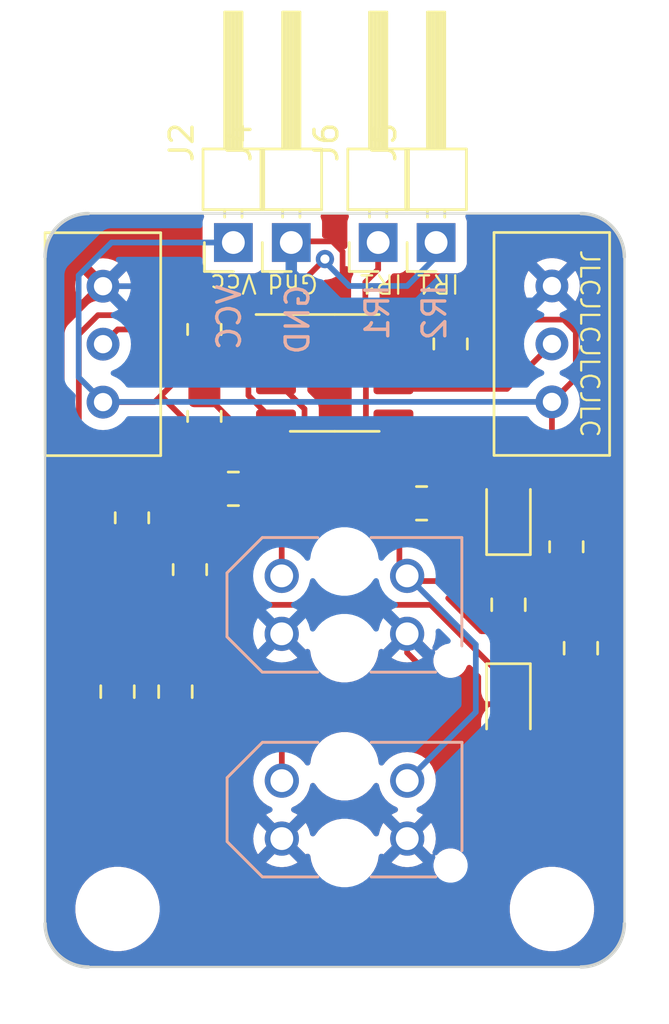
<source format=kicad_pcb>
(kicad_pcb (version 20240108) (generator "pcbnew") (generator_version "8.0")
  (layers (0 "F.Cu" signal) (31 "B.Cu" signal) (34 "B.Paste" user) (35 "F.Paste" user) (36 "B.SilkS" user "B.Silkscreen") (37 "F.SilkS" user "F.Silkscreen") (38 "B.Mask" user) (39 "F.Mask" user) (44 "Edge.Cuts" user))
  (net 0 "")
  (net 1 "VCC")
  (net 2 "GND")
  (net 3 "/irA0")
  (net 4 "Net-(D1-K)")
  (net 5 "Net-(D2-K)")
  (net 6 "Net-(J5-Pin_1)")
  (net 7 "Net-(J6-Pin_1)")
  (net 8 "Net-(R1-Pad2)")
  (net 9 "Net-(R5-Pad2)")
  (net 10 "Net-(U1A--)")
  (net 11 "Net-(U1B--)")
  (footprint "Resistor_SMD:R_0805_2012Metric_Pad1.20x1.40mm_HandSolder" (layer "F.Cu") (at 99.695 109.585 -90)
    (property "Reference" "R1" (hide yes))
    (property "Value" "180")
    (fp_line (start -0.227064 0.735) (end 0.227064 0.735) (stroke (width 0.12)) (layer "F.SilkS"))
    (fp_line (start -0.227064 -0.735) (end 0.227064 -0.735) (stroke (width 0.12)) (layer "F.SilkS"))
    (pad "1" smd roundrect (at -1 0 270) (size 1.2 1.4) (layers "F.Cu" "F.Paste" "F.Mask") (roundrect_rratio 0.2083333333) (net 1 "VCC"))
    (pad "2" smd roundrect (at 1 0 270) (size 1.2 1.4) (layers "F.Cu" "F.Paste" "F.Mask") (roundrect_rratio 0.2083333333) (net 8 "Net-(R1-Pad2)"))
  )
  (footprint "Potentiometer_THT:Potentiometer_Bourns_3296W_Vertical" (layer "F.Cu") (at 95.885 102.245 -90)
    (property "Reference" "RV1" (hide yes))
    (property "Value" "10k")
    (fp_line (start -7.425 2.54) (end 2.345 2.54) (stroke (width 0.12)) (layer "F.SilkS"))
    (fp_line (start -7.425 -2.53) (end -7.425 2.54) (stroke (width 0.12)) (layer "F.SilkS"))
    (fp_line (start -7.425 -2.53) (end 2.345 -2.53) (stroke (width 0.12)) (layer "F.SilkS"))
    (fp_line (start 2.345 -2.53) (end 2.345 2.54) (stroke (width 0.12)) (layer "F.SilkS"))
    (pad "1" thru_hole circle (at 0 0 270) (size 1.44 1.44) (drill 0.8) (layers "*.Cu" "*.Mask") (net 1 "VCC"))
    (pad "2" thru_hole circle (at -2.54 0 270) (size 1.44 1.44) (drill 0.8) (layers "*.Cu" "*.Mask") (net 10 "Net-(U1A--)"))
    (pad "3" thru_hole circle (at -5.08 0 270) (size 1.44 1.44) (drill 0.8) (layers "*.Cu" "*.Mask") (net 2 "GND"))
  )
  (footprint "Package_SO:SO-8_3.9x4.9mm_P1.27mm" (layer "F.Cu") (at 106.045 100.965)
    (property "Reference" "U1" (hide yes))
    (property "Value" "LM393")
    (fp_line (start 0 -2.56) (end -3.45 -2.56) (stroke (width 0.12)) (layer "F.SilkS"))
    (fp_line (start 0 -2.56) (end 1.95 -2.56) (stroke (width 0.12)) (layer "F.SilkS"))
    (fp_line (start 0 2.56) (end -1.95 2.56) (stroke (width 0.12)) (layer "F.SilkS"))
    (fp_line (start 0 2.56) (end 1.95 2.56) (stroke (width 0.12)) (layer "F.SilkS"))
    (pad "1" smd roundrect (at -2.575 -1.905) (size 1.75 0.6) (layers "F.Cu" "F.Paste" "F.Mask") (net 6 "Net-(J5-Pin_1)"))
    (pad "2" smd roundrect (at -2.575 -0.635) (size 1.75 0.6) (layers "F.Cu" "F.Paste" "F.Mask") (net 10 "Net-(U1A--)"))
    (pad "3" smd roundrect (at -2.575 0.635) (size 1.75 0.6) (layers "F.Cu" "F.Paste" "F.Mask") (net 3 "/irA0"))
    (pad "4" smd roundrect (at -2.575 1.905) (size 1.75 0.6) (layers "F.Cu" "F.Paste" "F.Mask") (net 2 "GND"))
    (pad "5" smd roundrect (at 2.575 1.905) (size 1.75 0.6) (layers "F.Cu" "F.Paste" "F.Mask") (net 3 "/irA0"))
    (pad "6" smd roundrect (at 2.575 0.635) (size 1.75 0.6) (layers "F.Cu" "F.Paste" "F.Mask") (net 11 "Net-(U1B--)"))
    (pad "7" smd roundrect (at 2.575 -0.635) (size 1.75 0.6) (layers "F.Cu" "F.Paste" "F.Mask") (net 7 "Net-(J6-Pin_1)"))
    (pad "8" smd roundrect (at 2.575 -1.905) (size 1.75 0.6) (layers "F.Cu" "F.Paste" "F.Mask") (net 1 "VCC"))
  )
  (footprint "Connector_PinHeader_2.54mm:PinHeader_1x01_P2.54mm_Horizontal" (layer "F.Cu") (at 110.49 95.25 90)
    (property "Reference" "J5" (at 4.385 -2.27 90) (layer "F.SilkS"))
    (property "Value" "Conn_01x01_Pin")
    (fp_line (start 4.1 -1.33) (end 1.44 -1.33) (stroke (width 0.12)) (layer "F.SilkS"))
    (fp_line (start 1.44 -1.33) (end 1.44 1.33) (stroke (width 0.12)) (layer "F.SilkS"))
    (fp_line (start -1.27 -1.27) (end 0 -1.27) (stroke (width 0.12)) (layer "F.SilkS"))
    (fp_line (start 10.1 -0.38) (end 10.1 0.38) (stroke (width 0.12)) (layer "F.SilkS"))
    (fp_line (start 4.1 -0.38) (end 10.1 -0.38) (stroke (width 0.12)) (layer "F.SilkS"))
    (fp_line (start 1.11 -0.38) (end 1.44 -0.38) (stroke (width 0.12)) (layer "F.SilkS"))
    (fp_line (start 4.1 -0.32) (end 10.1 -0.32) (stroke (width 0.12)) (layer "F.SilkS"))
    (fp_line (start 4.1 -0.2) (end 10.1 -0.2) (stroke (width 0.12)) (layer "F.SilkS"))
    (fp_line (start 4.1 -0.08) (end 10.1 -0.08) (stroke (width 0.12)) (layer "F.SilkS"))
    (fp_line (start -1.27 0) (end -1.27 -1.27) (stroke (width 0.12)) (layer "F.SilkS"))
    (fp_line (start 4.1 0.04) (end 10.1 0.04) (stroke (width 0.12)) (layer "F.SilkS"))
    (fp_line (start 4.1 0.16) (end 10.1 0.16) (stroke (width 0.12)) (layer "F.SilkS"))
    (fp_line (start 4.1 0.28) (end 10.1 0.28) (stroke (width 0.12)) (layer "F.SilkS"))
    (fp_line (start 10.1 0.38) (end 4.1 0.38) (stroke (width 0.12)) (layer "F.SilkS"))
    (fp_line (start 1.11 0.38) (end 1.44 0.38) (stroke (width 0.12)) (layer "F.SilkS"))
    (fp_line (start 4.1 1.33) (end 4.1 -1.33) (stroke (width 0.12)) (layer "F.SilkS"))
    (fp_line (start 1.44 1.33) (end 4.1 1.33) (stroke (width 0.12)) (layer "F.SilkS"))
    (pad "1" thru_hole rect (at 0 0 90) (size 1.7 1.7) (drill 1) (layers "*.Cu" "*.Mask") (net 6 "Net-(J5-Pin_1)"))
  )
  (footprint "Capacitor_SMD:C_0805_2012Metric_Pad1.18x1.45mm_HandSolder" (layer "F.Cu") (at 116.84 113.03 -90)
    (property "Reference" "C2" (hide yes))
    (property "Value" "0.1uF")
    (fp_line (start -0.261252 0.735) (end 0.261252 0.735) (stroke (width 0.12)) (layer "F.SilkS"))
    (fp_line (start -0.261252 -0.735) (end 0.261252 -0.735) (stroke (width 0.12)) (layer "F.SilkS"))
    (pad "1" smd roundrect (at -1.0375 0 270) (size 1.175 1.45) (layers "F.Cu" "F.Paste" "F.Mask") (roundrect_rratio 0.2127659574) (net 3 "/irA0"))
    (pad "2" smd roundrect (at 1.0375 0 270) (size 1.175 1.45) (layers "F.Cu" "F.Paste" "F.Mask") (roundrect_rratio 0.2127659574) (net 2 "GND"))
  )
  (footprint "Resistor_SMD:R_0805_2012Metric_Pad1.20x1.40mm_HandSolder" (layer "F.Cu") (at 101.6 106.045)
    (property "Reference" "R5" (hide yes))
    (property "Value" "180")
    (fp_line (start -0.227064 -0.735) (end 0.227064 -0.735) (stroke (width 0.12)) (layer "F.SilkS"))
    (fp_line (start -0.227064 0.735) (end 0.227064 0.735) (stroke (width 0.12)) (layer "F.SilkS"))
    (pad "1" smd roundrect (at -1 0) (size 1.2 1.4) (layers "F.Cu" "F.Paste" "F.Mask") (roundrect_rratio 0.2083333333) (net 1 "VCC"))
    (pad "2" smd roundrect (at 1 0) (size 1.2 1.4) (layers "F.Cu" "F.Paste" "F.Mask") (roundrect_rratio 0.2083333333) (net 9 "Net-(R5-Pad2)"))
  )
  (footprint "Connector_PinHeader_2.54mm:PinHeader_1x01_P2.54mm_Horizontal" (layer "F.Cu") (at 104.14 95.25 90)
    (property "Reference" "J4" (at 4.385 -2.27 90) (layer "F.SilkS"))
    (property "Value" "Conn_01x01_Pin")
    (fp_line (start 4.1 -1.33) (end 1.44 -1.33) (stroke (width 0.12)) (layer "F.SilkS"))
    (fp_line (start 1.44 -1.33) (end 1.44 1.33) (stroke (width 0.12)) (layer "F.SilkS"))
    (fp_line (start -1.27 -1.27) (end 0 -1.27) (stroke (width 0.12)) (layer "F.SilkS"))
    (fp_line (start 10.1 -0.38) (end 10.1 0.38) (stroke (width 0.12)) (layer "F.SilkS"))
    (fp_line (start 4.1 -0.38) (end 10.1 -0.38) (stroke (width 0.12)) (layer "F.SilkS"))
    (fp_line (start 1.11 -0.38) (end 1.44 -0.38) (stroke (width 0.12)) (layer "F.SilkS"))
    (fp_line (start 4.1 -0.32) (end 10.1 -0.32) (stroke (width 0.12)) (layer "F.SilkS"))
    (fp_line (start 4.1 -0.2) (end 10.1 -0.2) (stroke (width 0.12)) (layer "F.SilkS"))
    (fp_line (start 4.1 -0.08) (end 10.1 -0.08) (stroke (width 0.12)) (layer "F.SilkS"))
    (fp_line (start -1.27 0) (end -1.27 -1.27) (stroke (width 0.12)) (layer "F.SilkS"))
    (fp_line (start 4.1 0.04) (end 10.1 0.04) (stroke (width 0.12)) (layer "F.SilkS"))
    (fp_line (start 4.1 0.16) (end 10.1 0.16) (stroke (width 0.12)) (layer "F.SilkS"))
    (fp_line (start 4.1 0.28) (end 10.1 0.28) (stroke (width 0.12)) (layer "F.SilkS"))
    (fp_line (start 10.1 0.38) (end 4.1 0.38) (stroke (width 0.12)) (layer "F.SilkS"))
    (fp_line (start 1.11 0.38) (end 1.44 0.38) (stroke (width 0.12)) (layer "F.SilkS"))
    (fp_line (start 4.1 1.33) (end 4.1 -1.33) (stroke (width 0.12)) (layer "F.SilkS"))
    (fp_line (start 1.44 1.33) (end 4.1 1.33) (stroke (width 0.12)) (layer "F.SilkS"))
    (pad "1" thru_hole rect (at 0 0 90) (size 1.7 1.7) (drill 1) (layers "*.Cu" "*.Mask") (net 2 "GND"))
  )
  (footprint "Resistor_SMD:R_0805_2012Metric_Pad1.20x1.40mm_HandSolder" (layer "F.Cu") (at 100.33 99.06 90)
    (property "Reference" "R3" (hide yes))
    (property "Value" "10k")
    (fp_line (start -0.227064 -0.735) (end 0.227064 -0.735) (stroke (width 0.12)) (layer "F.SilkS"))
    (fp_line (start -0.227064 0.735) (end 0.227064 0.735) (stroke (width 0.12)) (layer "F.SilkS"))
    (pad "1" smd roundrect (at -1 0 90) (size 1.2 1.4) (layers "F.Cu" "F.Paste" "F.Mask") (roundrect_rratio 0.2083333333) (net 1 "VCC"))
    (pad "2" smd roundrect (at 1 0 90) (size 1.2 1.4) (layers "F.Cu" "F.Paste" "F.Mask") (roundrect_rratio 0.2083333333) (net 6 "Net-(J5-Pin_1)"))
  )
  (footprint "Potentiometer_THT:Potentiometer_Bourns_3296W_Vertical" (layer "F.Cu") (at 115.57 102.235 -90)
    (property "Reference" "RV2" (hide yes))
    (property "Value" "10k")
    (fp_line (start -7.425 2.54) (end 2.345 2.54) (stroke (width 0.12)) (layer "F.SilkS"))
    (fp_line (start -7.425 -2.53) (end -7.425 2.54) (stroke (width 0.12)) (layer "F.SilkS"))
    (fp_line (start -7.425 -2.53) (end 2.345 -2.53) (stroke (width 0.12)) (layer "F.SilkS"))
    (fp_line (start 2.345 -2.53) (end 2.345 2.54) (stroke (width 0.12)) (layer "F.SilkS"))
    (pad "1" thru_hole circle (at 0 0 270) (size 1.44 1.44) (drill 0.8) (layers "*.Cu" "*.Mask") (net 1 "VCC"))
    (pad "2" thru_hole circle (at -2.54 0 270) (size 1.44 1.44) (drill 0.8) (layers "*.Cu" "*.Mask") (net 11 "Net-(U1B--)"))
    (pad "3" thru_hole circle (at -5.08 0 270) (size 1.44 1.44) (drill 0.8) (layers "*.Cu" "*.Mask") (net 2 "GND"))
  )
  (footprint "Capacitor_SMD:C_0805_2012Metric_Pad1.18x1.45mm_HandSolder" (layer "F.Cu") (at 99.06 114.935 90)
    (property "Reference" "C1" (hide yes))
    (property "Value" "0.1uF")
    (fp_line (start -0.261252 -0.735) (end 0.261252 -0.735) (stroke (width 0.12)) (layer "F.SilkS"))
    (fp_line (start -0.261252 0.735) (end 0.261252 0.735) (stroke (width 0.12)) (layer "F.SilkS"))
    (pad "1" smd roundrect (at -1.0375 0 90) (size 1.175 1.45) (layers "F.Cu" "F.Paste" "F.Mask") (roundrect_rratio 0.2127659574) (net 1 "VCC"))
    (pad "2" smd roundrect (at 1.0375 0 90) (size 1.175 1.45) (layers "F.Cu" "F.Paste" "F.Mask") (roundrect_rratio 0.2127659574) (net 2 "GND"))
  )
  (footprint "Connector_PinHeader_2.54mm:PinHeader_1x01_P2.54mm_Horizontal" (layer "F.Cu") (at 101.6 95.25 90)
    (property "Reference" "J2" (at 4.385 -2.27 90) (layer "F.SilkS"))
    (property "Value" "Conn_01x01_Pin")
    (fp_line (start 4.1 -1.33) (end 1.44 -1.33) (stroke (width 0.12)) (layer "F.SilkS"))
    (fp_line (start 1.44 -1.33) (end 1.44 1.33) (stroke (width 0.12)) (layer "F.SilkS"))
    (fp_line (start -1.27 -1.27) (end 0 -1.27) (stroke (width 0.12)) (layer "F.SilkS"))
    (fp_line (start 10.1 -0.38) (end 10.1 0.38) (stroke (width 0.12)) (layer "F.SilkS"))
    (fp_line (start 4.1 -0.38) (end 10.1 -0.38) (stroke (width 0.12)) (layer "F.SilkS"))
    (fp_line (start 1.11 -0.38) (end 1.44 -0.38) (stroke (width 0.12)) (layer "F.SilkS"))
    (fp_line (start 4.1 -0.32) (end 10.1 -0.32) (stroke (width 0.12)) (layer "F.SilkS"))
    (fp_line (start 4.1 -0.2) (end 10.1 -0.2) (stroke (width 0.12)) (layer "F.SilkS"))
    (fp_line (start 4.1 -0.08) (end 10.1 -0.08) (stroke (width 0.12)) (layer "F.SilkS"))
    (fp_line (start -1.27 0) (end -1.27 -1.27) (stroke (width 0.12)) (layer "F.SilkS"))
    (fp_line (start 4.1 0.04) (end 10.1 0.04) (stroke (width 0.12)) (layer "F.SilkS"))
    (fp_line (start 4.1 0.16) (end 10.1 0.16) (stroke (width 0.12)) (layer "F.SilkS"))
    (fp_line (start 4.1 0.28) (end 10.1 0.28) (stroke (width 0.12)) (layer "F.SilkS"))
    (fp_line (start 10.1 0.38) (end 4.1 0.38) (stroke (width 0.12)) (layer "F.SilkS"))
    (fp_line (start 1.11 0.38) (end 1.44 0.38) (stroke (width 0.12)) (layer "F.SilkS"))
    (fp_line (start 4.1 1.33) (end 4.1 -1.33) (stroke (width 0.12)) (layer "F.SilkS"))
    (fp_line (start 1.44 1.33) (end 4.1 1.33) (stroke (width 0.12)) (layer "F.SilkS"))
    (pad "1" thru_hole rect (at 0 0 90) (size 1.7 1.7) (drill 1) (layers "*.Cu" "*.Mask") (net 1 "VCC"))
  )
  (footprint "Resistor_SMD:R_0805_2012Metric_Pad1.20x1.40mm_HandSolder" (layer "F.Cu") (at 116.205 108.585 -90)
    (property "Reference" "R6" (hide yes))
    (property "Value" "10k")
    (fp_line (start -0.227064 0.735) (end 0.227064 0.735) (stroke (width 0.12)) (layer "F.SilkS"))
    (fp_line (start -0.227064 -0.735) (end 0.227064 -0.735) (stroke (width 0.12)) (layer "F.SilkS"))
    (pad "1" smd roundrect (at -1 0 270) (size 1.2 1.4) (layers "F.Cu" "F.Paste" "F.Mask") (roundrect_rratio 0.2083333333) (net 1 "VCC"))
    (pad "2" smd roundrect (at 1 0 270) (size 1.2 1.4) (layers "F.Cu" "F.Paste" "F.Mask") (roundrect_rratio 0.2083333333) (net 3 "/irA0"))
  )
  (footprint "LED_SMD:LED_0805_2012Metric_Pad1.15x1.40mm_HandSolder" (layer "F.Cu") (at 113.665 115.57 -90)
    (property "Reference" "D1" (hide yes))
    (property "Value" "LED")
    (fp_line (start -1.86 0.96) (end 1 0.96) (stroke (width 0.12)) (layer "F.SilkS"))
    (fp_line (start -1.86 -0.96) (end -1.86 0.96) (stroke (width 0.12)) (layer "F.SilkS"))
    (fp_line (start 1 -0.96) (end -1.86 -0.96) (stroke (width 0.12)) (layer "F.SilkS"))
    (pad "1" smd roundrect (at -1.025 0 270) (size 1.15 1.4) (layers "F.Cu" "F.Paste" "F.Mask") (roundrect_rratio 0.2173913043) (net 4 "Net-(D1-K)"))
    (pad "2" smd roundrect (at 1.025 0 270) (size 1.15 1.4) (layers "F.Cu" "F.Paste" "F.Mask") (roundrect_rratio 0.2173913043) (net 1 "VCC"))
  )
  (footprint "Capacitor_SMD:C_0805_2012Metric_Pad1.18x1.45mm_HandSolder" (layer "F.Cu") (at 113.665 111.125 -90)
    (property "Reference" "C4" (hide yes))
    (property "Value" "0.1uF")
    (fp_line (start -0.261252 0.735) (end 0.261252 0.735) (stroke (width 0.12)) (layer "F.SilkS"))
    (fp_line (start -0.261252 -0.735) (end 0.261252 -0.735) (stroke (width 0.12)) (layer "F.SilkS"))
    (pad "1" smd roundrect (at -1.0375 0 270) (size 1.175 1.45) (layers "F.Cu" "F.Paste" "F.Mask") (roundrect_rratio 0.2127659574) (net 3 "/irA0"))
    (pad "2" smd roundrect (at 1.0375 0 270) (size 1.175 1.45) (layers "F.Cu" "F.Paste" "F.Mask") (roundrect_rratio 0.2127659574) (net 2 "GND"))
  )
  (footprint "LED_SMD:LED_0805_2012Metric_Pad1.15x1.40mm_HandSolder" (layer "F.Cu") (at 113.665 107.07 90)
    (property "Reference" "D2" (hide yes))
    (property "Value" "LED")
    (fp_line (start 1 -0.96) (end -1.86 -0.96) (stroke (width 0.12)) (layer "F.SilkS"))
    (fp_line (start -1.86 -0.96) (end -1.86 0.96) (stroke (width 0.12)) (layer "F.SilkS"))
    (fp_line (start -1.86 0.96) (end 1 0.96) (stroke (width 0.12)) (layer "F.SilkS"))
    (pad "1" smd roundrect (at -1.025 0 90) (size 1.15 1.4) (layers "F.Cu" "F.Paste" "F.Mask") (roundrect_rratio 0.2173913043) (net 5 "Net-(D2-K)"))
    (pad "2" smd roundrect (at 1.025 0 90) (size 1.15 1.4) (layers "F.Cu" "F.Paste" "F.Mask") (roundrect_rratio 0.2173913043) (net 1 "VCC"))
  )
  (footprint "Resistor_SMD:R_0805_2012Metric_Pad1.20x1.40mm_HandSolder" (layer "F.Cu") (at 111.125 99.695 -90)
    (property "Reference" "R7" (hide yes))
    (property "Value" "10k")
    (fp_line (start -0.227064 0.735) (end 0.227064 0.735) (stroke (width 0.12)) (layer "F.SilkS"))
    (fp_line (start -0.227064 -0.735) (end 0.227064 -0.735) (stroke (width 0.12)) (layer "F.SilkS"))
    (pad "1" smd roundrect (at -1 0 270) (size 1.2 1.4) (layers "F.Cu" "F.Paste" "F.Mask") (roundrect_rratio 0.2083333333) (net 1 "VCC"))
    (pad "2" smd roundrect (at 1 0 270) (size 1.2 1.4) (layers "F.Cu" "F.Paste" "F.Mask") (roundrect_rratio 0.2083333333) (net 7 "Net-(J6-Pin_1)"))
  )
  (footprint "MountingHole:MountingHole_3.2mm_M3" (layer "F.Cu") (at 115.57 124.46)
    (property "Reference" "H1" (hide yes))
    (property "Value" "MountingHole")
    (pad "" np_thru_hole circle (at 0 0) (size 3.2 3.2) (drill 3.2) (layers "*.Cu" "*.Mask"))
  )
  (footprint "MountingHole:MountingHole_3.2mm_M3" (layer "F.Cu") (at 96.52 124.46)
    (property "Reference" "H2" (hide yes))
    (property "Value" "MountingHole")
    (pad "" np_thru_hole circle (at 0 0) (size 3.2 3.2) (drill 3.2) (layers "*.Cu" "*.Mask"))
  )
  (footprint "Connector_PinHeader_2.54mm:PinHeader_1x01_P2.54mm_Horizontal" (layer "F.Cu") (at 107.95 95.25 90)
    (property "Reference" "J6" (at 4.385 -2.27 90) (layer "F.SilkS"))
    (property "Value" "Conn_01x01_Pin")
    (fp_line (start 4.1 -1.33) (end 1.44 -1.33) (stroke (width 0.12)) (layer "F.SilkS"))
    (fp_line (start 1.44 -1.33) (end 1.44 1.33) (stroke (width 0.12)) (layer "F.SilkS"))
    (fp_line (start -1.27 -1.27) (end 0 -1.27) (stroke (width 0.12)) (layer "F.SilkS"))
    (fp_line (start 10.1 -0.38) (end 10.1 0.38) (stroke (width 0.12)) (layer "F.SilkS"))
    (fp_line (start 4.1 -0.38) (end 10.1 -0.38) (stroke (width 0.12)) (layer "F.SilkS"))
    (fp_line (start 1.11 -0.38) (end 1.44 -0.38) (stroke (width 0.12)) (layer "F.SilkS"))
    (fp_line (start 4.1 -0.32) (end 10.1 -0.32) (stroke (width 0.12)) (layer "F.SilkS"))
    (fp_line (start 4.1 -0.2) (end 10.1 -0.2) (stroke (width 0.12)) (layer "F.SilkS"))
    (fp_line (start 4.1 -0.08) (end 10.1 -0.08) (stroke (width 0.12)) (layer "F.SilkS"))
    (fp_line (start -1.27 0) (end -1.27 -1.27) (stroke (width 0.12)) (layer "F.SilkS"))
    (fp_line (start 4.1 0.04) (end 10.1 0.04) (stroke (width 0.12)) (layer "F.SilkS"))
    (fp_line (start 4.1 0.16) (end 10.1 0.16) (stroke (width 0.12)) (layer "F.SilkS"))
    (fp_line (start 4.1 0.28) (end 10.1 0.28) (stroke (width 0.12)) (layer "F.SilkS"))
    (fp_line (start 10.1 0.38) (end 4.1 0.38) (stroke (width 0.12)) (layer "F.SilkS"))
    (fp_line (start 1.11 0.38) (end 1.44 0.38) (stroke (width 0.12)) (layer "F.SilkS"))
    (fp_line (start 4.1 1.33) (end 4.1 -1.33) (stroke (width 0.12)) (layer "F.SilkS"))
    (fp_line (start 1.44 1.33) (end 4.1 1.33) (stroke (width 0.12)) (layer "F.SilkS"))
    (pad "1" thru_hole rect (at 0 0 90) (size 1.7 1.7) (drill 1) (layers "*.Cu" "*.Mask") (net 7 "Net-(J6-Pin_1)"))
  )
  (footprint "Resistor_SMD:R_0805_2012Metric_Pad1.20x1.40mm_HandSolder" (layer "F.Cu") (at 97.155 107.315 90)
    (property "Reference" "R4" (hide yes))
    (property "Value" "1k")
    (fp_line (start -0.227064 -0.735) (end 0.227064 -0.735) (stroke (width 0.12)) (layer "F.SilkS"))
    (fp_line (start -0.227064 0.735) (end 0.227064 0.735) (stroke (width 0.12)) (layer "F.SilkS"))
    (pad "1" smd roundrect (at -1 0 90) (size 1.2 1.4) (layers "F.Cu" "F.Paste" "F.Mask") (roundrect_rratio 0.2083333333) (net 4 "Net-(D1-K)"))
    (pad "2" smd roundrect (at 1 0 90) (size 1.2 1.4) (layers "F.Cu" "F.Paste" "F.Mask") (roundrect_rratio 0.2083333333) (net 6 "Net-(J5-Pin_1)"))
  )
  (footprint "Resistor_SMD:R_0805_2012Metric_Pad1.20x1.40mm_HandSolder" (layer "F.Cu") (at 109.855 106.68 180)
    (property "Reference" "R8" (hide yes))
    (property "Value" "1k")
    (fp_line (start -0.227064 0.735) (end 0.227064 0.735) (stroke (width 0.12)) (layer "F.SilkS"))
    (fp_line (start -0.227064 -0.735) (end 0.227064 -0.735) (stroke (width 0.12)) (layer "F.SilkS"))
    (pad "1" smd roundrect (at -1 0 180) (size 1.2 1.4) (layers "F.Cu" "F.Paste" "F.Mask") (roundrect_rratio 0.2083333333) (net 5 "Net-(D2-K)"))
    (pad "2" smd roundrect (at 1 0 180) (size 1.2 1.4) (layers "F.Cu" "F.Paste" "F.Mask") (roundrect_rratio 0.2083333333) (net 7 "Net-(J6-Pin_1)"))
  )
  (footprint "Resistor_SMD:R_0805_2012Metric_Pad1.20x1.40mm_HandSolder" (layer "F.Cu") (at 100.33 102.87 90)
    (property "Reference" "R2" (hide yes))
    (property "Value" "10k")
    (fp_line (start -0.227064 -0.735) (end 0.227064 -0.735) (stroke (width 0.12)) (layer "F.SilkS"))
    (fp_line (start -0.227064 0.735) (end 0.227064 0.735) (stroke (width 0.12)) (layer "F.SilkS"))
    (pad "1" smd roundrect (at -1 0 90) (size 1.2 1.4) (layers "F.Cu" "F.Paste" "F.Mask") (roundrect_rratio 0.2083333333) (net 1 "VCC"))
    (pad "2" smd roundrect (at 1 0 90) (size 1.2 1.4) (layers "F.Cu" "F.Paste" "F.Mask") (roundrect_rratio 0.2083333333) (net 3 "/irA0"))
  )
  (footprint "Capacitor_SMD:C_0805_2012Metric_Pad1.18x1.45mm_HandSolder" (layer "F.Cu") (at 96.52 114.935 90)
    (property "Reference" "C3" (hide yes))
    (property "Value" "0.1uF")
    (fp_line (start -0.261252 -0.735) (end 0.261252 -0.735) (stroke (width 0.12)) (layer "F.SilkS"))
    (fp_line (start -0.261252 0.735) (end 0.261252 0.735) (stroke (width 0.12)) (layer "F.SilkS"))
    (pad "1" smd roundrect (at -1.0375 0 90) (size 1.175 1.45) (layers "F.Cu" "F.Paste" "F.Mask") (roundrect_rratio 0.2127659574) (net 1 "VCC"))
    (pad "2" smd roundrect (at 1.0375 0 90) (size 1.175 1.45) (layers "F.Cu" "F.Paste" "F.Mask") (roundrect_rratio 0.2127659574) (net 2 "GND"))
  )
  (footprint "IrBoard:OPTO_TCRT5000" (layer "B.Cu") (at 106.47 111.13 180)
    (property "Reference" "U4" (hide yes))
    (property "Value" "TCRT5000")
    (fp_line (start 5.15 -1.4) (end 5.15 1.4) (stroke (width 0.127)) (layer "B.SilkS"))
    (fp_line (start 3.6 2.95) (end 5.15 1.4) (stroke (width 0.127)) (layer "B.SilkS"))
    (fp_line (start 3.6 2.95) (end 1.17 2.95) (stroke (width 0.127)) (layer "B.SilkS"))
    (fp_line (start 3.6 -2.95) (end 5.15 -1.4) (stroke (width 0.127)) (layer "B.SilkS"))
    (fp_line (start 1.17 -2.95) (end 3.6 -2.95) (stroke (width 0.127)) (layer "B.SilkS"))
    (fp_line (start -4 -2.95) (end -1.17 -2.95) (stroke (width 0.127)) (layer "B.SilkS"))
    (fp_line (start -5.15 2.95) (end -1.17 2.95) (stroke (width 0.127)) (layer "B.SilkS"))
    (fp_line (start -5.15 -1.8) (end -5.15 2.95) (stroke (width 0.127)) (layer "B.SilkS"))
    (pad "" np_thru_hole circle (at -4.65 -2.45 180) (size 1 1) (drill 1) (layers "*.Cu" "*.Mask"))
    (pad "" np_thru_hole circle (at 0 -1.9 180) (size 2.5 2.5) (drill 2.5) (layers "*.Cu" "*.Mask"))
    (pad "" np_thru_hole circle (at 0 1.9 180) (size 2.5 2.5) (drill 2.5) (layers "*.Cu" "*.Mask"))
    (pad "A" thru_hole circle (at 2.75 1.27 180) (size 1.5 1.5) (drill 1) (layers "*.Cu" "*.Mask") (net 9 "Net-(R5-Pad2)"))
    (pad "CATH" thru_hole circle (at 2.75 -1.27 180) (size 1.5 1.5) (drill 1) (layers "*.Cu" "*.Mask") (net 2 "GND"))
    (pad "COLL" thru_hole circle (at -2.75 1.27 180) (size 1.5 1.5) (drill 1) (layers "*.Cu" "*.Mask") (net 3 "/irA0"))
    (pad "E" thru_hole circle (at -2.75 -1.27 180) (size 1.5 1.5) (drill 1) (layers "*.Cu" "*.Mask") (net 2 "GND"))
  )
  (footprint "IrBoard:OPTO_TCRT5000" (layer "B.Cu") (at 106.475 120.105 180)
    (property "Reference" "U2" (hide yes))
    (property "Value" "TCRT5000")
    (fp_line (start 5.15 -1.4) (end 5.15 1.4) (stroke (width 0.127)) (layer "B.SilkS"))
    (fp_line (start 3.6 2.95) (end 5.15 1.4) (stroke (width 0.127)) (layer "B.SilkS"))
    (fp_line (start 3.6 2.95) (end 1.17 2.95) (stroke (width 0.127)) (layer "B.SilkS"))
    (fp_line (start 3.6 -2.95) (end 5.15 -1.4) (stroke (width 0.127)) (layer "B.SilkS"))
    (fp_line (start 1.17 -2.95) (end 3.6 -2.95) (stroke (width 0.127)) (layer "B.SilkS"))
    (fp_line (start -4 -2.95) (end -1.17 -2.95) (stroke (width 0.127)) (layer "B.SilkS"))
    (fp_line (start -5.15 2.95) (end -1.17 2.95) (stroke (width 0.127)) (layer "B.SilkS"))
    (fp_line (start -5.15 -1.8) (end -5.15 2.95) (stroke (width 0.127)) (layer "B.SilkS"))
    (pad "" np_thru_hole circle (at -4.65 -2.45 180) (size 1 1) (drill 1) (layers "*.Cu" "*.Mask"))
    (pad "" np_thru_hole circle (at 0 -1.9 180) (size 2.5 2.5) (drill 2.5) (layers "*.Cu" "*.Mask"))
    (pad "" np_thru_hole circle (at 0 1.9 180) (size 2.5 2.5) (drill 2.5) (layers "*.Cu" "*.Mask"))
    (pad "A" thru_hole circle (at 2.75 1.27 180) (size 1.5 1.5) (drill 1) (layers "*.Cu" "*.Mask") (net 8 "Net-(R1-Pad2)"))
    (pad "CATH" thru_hole circle (at 2.75 -1.27 180) (size 1.5 1.5) (drill 1) (layers "*.Cu" "*.Mask") (net 2 "GND"))
    (pad "COLL" thru_hole circle (at -2.75 1.27 180) (size 1.5 1.5) (drill 1) (layers "*.Cu" "*.Mask") (net 3 "/irA0"))
    (pad "E" thru_hole circle (at -2.75 -1.27 180) (size 1.5 1.5) (drill 1) (layers "*.Cu" "*.Mask") (net 2 "GND"))
  )
  (gr_arc (start 118.745 125.095) (mid 118.187038 126.442038) (end 116.84 127) (stroke (width 0.15)) (layer "Edge.Cuts"))
  (gr_line (start 118.745 95.885) (end 118.745 125.095) (stroke (width 0.1)) (layer "Edge.Cuts"))
  (gr_arc (start 93.345 95.885) (mid 93.902962 94.537962) (end 95.25 93.98) (stroke (width 0.15)) (layer "Edge.Cuts"))
  (gr_arc (start 95.25 127) (mid 93.902961 126.442039) (end 93.345 125.095) (stroke (width 0.15)) (layer "Edge.Cuts"))
  (gr_arc (start 116.84 93.98) (mid 118.187038 94.537962) (end 118.745 95.885) (stroke (width 0.15)) (layer "Edge.Cuts"))
  (gr_line (start 93.345 125.095) (end 93.345 95.885) (stroke (width 0.1)) (layer "Edge.Cuts"))
  (gr_line (start 95.25 93.98) (end 116.84 93.98) (stroke (width 0.1)) (layer "Edge.Cuts"))
  (gr_line (start 95.25 127) (end 116.84 127) (stroke (width 0.1)) (layer "Edge.Cuts"))
  (gr_text "VCC" (at 102 97 90) (layer "B.SilkS") (effects (font (size 1 1)) (justify left bottom mirror)))
  (gr_text "IR2" (at 111 97 90) (layer "B.SilkS") (effects (font (size 1 1)) (justify left bottom mirror)))
  (gr_text "IR1" (at 108.5 97 90) (layer "B.SilkS") (effects (font (size 1 1)) (justify left bottom mirror)))
  (gr_text "GND" (at 105 97 90) (layer "B.SilkS") (effects (font (size 1 1)) (justify left bottom mirror)))
  (gr_text "IR1" (at 111.582857 96.586999 180) (layer "F.SilkS") (effects (font (size 0.8 0.8) (thickness 0.1)) (justify left bottom)))
  (gr_text "IR1" (at 109.082857 96.586999 180) (layer "F.SilkS") (effects (font (size 0.8 0.8) (thickness 0.1)) (justify left bottom)))
  (gr_text "Gnd" (at 105.38762 96.587 180) (layer "F.SilkS") (effects (font (size 0.8 0.8) (thickness 0.1)) (justify left bottom)))
  (gr_text "Vcc" (at 102.697142 96.587 180) (layer "F.SilkS") (effects (font (size 0.8 0.8) (thickness 0.1)) (justify left bottom)))
  (gr_text "JLCJLCJLCJLC" (at 116.75 95.5 270) (layer "F.SilkS") (effects (font (size 0.8 0.8) (thickness 0.1)) (justify left bottom)))
  (segment (start 100.33 105.775) (end 100.6 106.045) (width 0.25) (layer "F.Cu") (net 1))
  (segment (start 116.6169 101.1881) (end 116.6169 99.1578) (width 0.25) (layer "F.Cu") (net 1))
  (segment (start 98.425 101.965) (end 100.33 103.87) (width 0.25) (layer "F.Cu") (net 1))
  (segment (start 102.2851 123.8751) (end 97.155 118.745) (width 0.25) (layer "F.Cu") (net 1))
  (segment (start 99.695 107.383) (end 96.4514 107.383) (width 0.25) (layer "F.Cu") (net 1))
  (segment (start 95.4314 108.403) (end 95.4314 114.8839) (width 0.25) (layer "F.Cu") (net 1))
  (segment (start 108.985 98.695) (end 111.125 98.695) (width 0.25) (layer "F.Cu") (net 1))
  (segment (start 113.665 121.538) (end 111.3279 123.8751) (width 0.25) (layer "F.Cu") (net 1))
  (segment (start 116.0866 98.6275) (end 111.1925 98.6275) (width 0.25) (layer "F.Cu") (net 1))
  (segment (start 98.425 101.965) (end 98.145 102.245) (width 0.25) (layer "F.Cu") (net 1))
  (segment (start 100.33 103.87) (end 100.33 105.775) (width 0.25) (layer "F.Cu") (net 1))
  (segment (start 98.145 102.245) (end 95.885 102.245) (width 0.25) (layer "F.Cu") (net 1))
  (segment (start 100.6 106.045) (end 99.695 106.95) (width 0.25) (layer "F.Cu") (net 1))
  (segment (start 95.4314 114.8839) (end 96.52 115.9725) (width 0.25) (layer "F.Cu") (net 1))
  (segment (start 100.33 100.06) (end 98.425 101.965) (width 0.25) (layer "F.Cu") (net 1))
  (segment (start 115.57 102.235) (end 116.6169 101.1881) (width 0.25) (layer "F.Cu") (net 1))
  (segment (start 116.6169 99.1578) (end 116.0866 98.6275) (width 0.25) (layer "F.Cu") (net 1))
  (segment (start 115.57 104.14) (end 115.57 102.235) (width 0.25) (layer "F.Cu") (net 1))
  (segment (start 113.665 106.045) (end 114.165 105.545) (width 0.25) (layer "F.Cu") (net 1))
  (segment (start 111.3279 123.8751) (end 102.2851 123.8751) (width 0.25) (layer "F.Cu") (net 1))
  (segment (start 99.695 106.95) (end 99.695 107.383) (width 0.25) (layer "F.Cu") (net 1))
  (segment (start 114.165 105.545) (end 115.57 104.14) (width 0.25) (layer "F.Cu") (net 1))
  (segment (start 98.7425 116.29) (end 99.06 115.9725) (width 0.25) (layer "F.Cu") (net 1))
  (segment (start 114.165 105.545) (end 116.205 107.585) (width 0.25) (layer "F.Cu") (net 1))
  (segment (start 99.695 107.383) (end 99.695 108.585) (width 0.25) (layer "F.Cu") (net 1))
  (segment (start 96.52 115.9725) (end 96.8375 116.29) (width 0.25) (layer "F.Cu") (net 1))
  (segment (start 111.1925 98.6275) (end 111.125 98.695) (width 0.25) (layer "F.Cu") (net 1))
  (segment (start 96.8375 116.29) (end 97.155 116.29) (width 0.25) (layer "F.Cu") (net 1))
  (segment (start 108.62 99.06) (end 108.985 98.695) (width 0.25) (layer "F.Cu") (net 1))
  (segment (start 113.665 116.595) (end 113.665 121.538) (width 0.25) (layer "F.Cu") (net 1))
  (segment (start 97.155 116.29) (end 97.155 118.745) (width 0.25) (layer "F.Cu") (net 1))
  (segment (start 97.155 116.29) (end 98.7425 116.29) (width 0.25) (layer "F.Cu") (net 1))
  (segment (start 96.4514 107.383) (end 95.4314 108.403) (width 0.25) (layer "F.Cu") (net 1))
  (segment (start 96.2571 95.25) (end 101.6 95.25) (width 0.25) (layer "B.Cu") (net 1))
  (segment (start 94.8155 101.1555) (end 94.8155 96.6916) (width 0.25) (layer "B.Cu") (net 1))
  (segment (start 95.895 102.235) (end 95.885 102.245) (width 0.25) (layer "B.Cu") (net 1))
  (segment (start 115.57 102.235) (end 95.895 102.235) (width 0.25) (layer "B.Cu") (net 1))
  (segment (start 94.8155 96.6916) (end 96.2571 95.25) (width 0.25) (layer "B.Cu") (net 1))
  (segment (start 95.895 102.235) (end 94.8155 101.1555) (width 0.25) (layer "B.Cu") (net 1))
  (segment (start 102.2604 119.9104) (end 103.725 121.375) (width 0.25) (layer "F.Cu") (net 2))
  (segment (start 117.8978 113.0097) (end 117.8978 99.4828) (width 0.25) (layer "F.Cu") (net 2))
  (segment (start 115.57 114.25) (end 114.3372 115.4828) (width 0.25) (layer "F.Cu") (net 2))
  (segment (start 99.06 113.8975) (end 96.52 113.8975) (width 0.25) (layer "F.Cu") (net 2))
  (segment (start 111.4734 115.4828) (end 109.22 113.2294) (width 0.25) (layer "F.Cu") (net 2))
  (segment (start 106.3894 98.9934) (end 104.4178 100.965) (width 0.25) (layer "F.Cu") (net 2))
  (segment (start 99.06 113.8975) (end 102.2604 117.0979) (width 0.25) (layer "F.Cu") (net 2))
  (segment (start 102.5413 100.965) (end 102.2609 101.2454) (width 0.25) (layer "F.Cu") (net 2))
  (segment (start 115.57 114.0675) (end 116.84 114.0675) (width 0.25) (layer "F.Cu") (net 2))
  (segment (start 105.9426 95.1999) (end 106.3894 95.6467) (width 0.25) (layer "F.Cu") (net 2))
  (segment (start 114.3372 115.4828) (end 111.4734 115.4828) (width 0.25) (layer "F.Cu") (net 2))
  (segment (start 109.22 113.2294) (end 109.22 112.4) (width 0.25) (layer "F.Cu") (net 2))
  (segment (start 104.4178 100.965) (end 102.5413 100.965) (width 0.25) (layer "F.Cu") (net 2))
  (segment (start 113.665 112.1625) (end 115.57 114.0675) (width 0.25) (layer "F.Cu") (net 2))
  (segment (start 102.2609 101.2454) (end 102.2609 101.9557) (width 0.25) (layer "F.Cu") (net 2))
  (segment (start 104.14 95.25) (end 104.1901 95.1999) (width 0.25) (layer "F.Cu") (net 2))
  (segment (start 106.3894 95.6467) (end 106.3894 98.9934) (width 0.25) (layer "F.Cu") (net 2))
  (segment (start 111.4734 119.1266) (end 111.4734 115.4828) (width 0.25) (layer "F.Cu") (net 2))
  (segment (start 102.2609 101.9557) (end 103.1752 102.87) (width 0.25) (layer "F.Cu") (net 2))
  (segment (start 117.8978 99.4828) (end 115.57 97.155) (width 0.25) (layer "F.Cu") (net 2))
  (segment (start 103.1752 102.87) (end 103.47 102.87) (width 0.25) (layer "F.Cu") (net 2))
  (segment (start 109.225 121.375) (end 111.4734 119.1266) (width 0.25) (layer "F.Cu") (net 2))
  (segment (start 115.57 114.0675) (end 115.57 114.25) (width 0.25) (layer "F.Cu") (net 2))
  (segment (start 116.84 114.0675) (end 117.8978 113.0097) (width 0.25) (layer "F.Cu") (net 2))
  (segment (start 102.2604 117.0979) (end 102.2604 119.9104) (width 0.25) (layer "F.Cu") (net 2))
  (segment (start 104.1901 95.1999) (end 105.9426 95.1999) (width 0.25) (layer "F.Cu") (net 2))
  (segment (start 108.0078 111.1878) (end 104.9322 111.1878) (width 0.25) (layer "B.Cu") (net 2))
  (segment (start 109.22 112.4) (end 108.0078 111.1878) (width 0.25) (layer "B.Cu") (net 2))
  (segment (start 108.0128 120.1628) (end 104.9372 120.1628) (width 0.25) (layer "B.Cu") (net 2))
  (segment (start 104.9322 111.1878) (end 103.72 112.4) (width 0.25) (layer "B.Cu") (net 2))
  (segment (start 103.4004 97.165) (end 95.885 97.165) (width 0.25) (layer "B.Cu") (net 2))
  (segment (start 104.14 95.25) (end 104.14 96.3135) (width 0.25) (layer "B.Cu") (net 2))
  (segment (start 115.57 97.155) (end 114.935 97.79) (width 0.25) (layer "B.Cu") (net 2))
  (segment (start 104.14 96.3135) (end 104.14 96.4254) (width 0.25) (layer "B.Cu") (net 2))
  (segment (start 104.9372 120.1628) (end 103.725 121.375) (width 0.25) (layer "B.Cu") (net 2))
  (segment (start 109.225 121.375) (end 108.0128 120.1628) (width 0.25) (layer "B.Cu") (net 2))
  (segment (start 104.14 96.4254) (end 103.4004 97.165) (width 0.25) (layer "B.Cu") (net 2))
  (segment (start 114.935 97.79) (end 105.5046 97.79) (width 0.25) (layer "B.Cu") (net 2))
  (segment (start 105.5046 97.79) (end 104.14 96.4254) (width 0.25) (layer "B.Cu") (net 2))
  (segment (start 104.3972 103.8502) (end 104.3972 103.516) (width 0.25) (layer "F.Cu") (net 3))
  (segment (start 103.7754 101.6) (end 104.7208 102.5454) (width 0.25) (layer "F.Cu") (net 3))
  (segment (start 109.8045 107.4109) (end 108.8812 108.3342) (width 0.25) (layer "F.Cu") (net 3))
  (segment (start 115.7025 110.0875) (end 116.84 111.225) (width 0.25) (layer "F.Cu") (net 3))
  (segment (start 101.976 103.516) (end 100.33 101.87) (width 0.25) (layer "F.Cu") (net 3))
  (segment (start 108.8812 108.3342) (end 104.3972 103.8502) (width 0.25) (layer "F.Cu") (net 3))
  (segment (start 108.8813 109.5213) (end 109.22 109.86) (width 0.25) (layer "F.Cu") (net 3))
  (segment (start 109.8045 104.0545) (end 109.8045 107.4109) (width 0.25) (layer "F.Cu") (net 3))
  (segment (start 104.7208 102.5454) (end 104.7208 103.1924) (width 0.25) (layer "F.Cu") (net 3))
  (segment (start 113.665 110.0875) (end 109.4475 110.0875) (width 0.25) (layer "F.Cu") (net 3))
  (segment (start 115.7025 110.0875) (end 113.665 110.0875) (width 0.25) (layer "F.Cu") (net 3))
  (segment (start 116.84 111.225) (end 116.84 111.9925) (width 0.25) (layer "F.Cu") (net 3))
  (segment (start 104.7208 103.1924) (end 104.3972 103.516) (width 0.25) (layer "F.Cu") (net 3))
  (segment (start 116.205 109.585) (end 115.7025 110.0875) (width 0.25) (layer "F.Cu") (net 3))
  (segment (start 108.8812 108.3342) (end 108.8812 109.5213) (width 0.25) (layer "F.Cu") (net 3))
  (segment (start 108.62 102.87) (end 109.8045 104.0545) (width 0.25) (layer "F.Cu") (net 3))
  (segment (start 109.4475 110.0875) (end 109.22 109.86) (width 0.25) (layer "F.Cu") (net 3))
  (segment (start 103.47 101.6) (end 103.7754 101.6) (width 0.25) (layer "F.Cu") (net 3))
  (segment (start 104.3972 103.516) (end 101.976 103.516) (width 0.25) (layer "F.Cu") (net 3))
  (segment (start 108.8812 109.5213) (end 108.8813 109.5213) (width 0.25) (layer "F.Cu") (net 3))
  (segment (start 109.22 109.86) (end 112.2318 112.8718) (width 0.25) (layer "B.Cu") (net 3))
  (segment (start 112.2318 115.8282) (end 109.225 118.835) (width 0.25) (layer "B.Cu") (net 3))
  (segment (start 112.2318 112.8718) (end 112.2318 115.8282) (width 0.25) (layer "B.Cu") (net 3))
  (segment (start 113.665 114.545) (end 110.25 111.13) (width 0.25) (layer "F.Cu") (net 4))
  (segment (start 98.425 109.585) (end 97.155 108.315) (width 0.25) (layer "F.Cu") (net 4))
  (segment (start 101.5065 109.585) (end 98.425 109.585) (width 0.25) (layer "F.Cu") (net 4))
  (segment (start 110.25 111.13) (end 103.0515 111.13) (width 0.25) (layer "F.Cu") (net 4))
  (segment (start 103.0515 111.13) (end 101.5065 109.585) (width 0.25) (layer "F.Cu") (net 4))
  (segment (start 112.27 108.095) (end 110.855 106.68) (width 0.25) (layer "F.Cu") (net 5))
  (segment (start 113.665 108.095) (end 112.27 108.095) (width 0.25) (layer "F.Cu") (net 5))
  (segment (start 99.955 98.435) (end 100.33 98.06) (width 0.25) (layer "F.Cu") (net 6))
  (segment (start 97.155 106.315) (end 94.824 103.984) (width 0.25) (layer "F.Cu") (net 6))
  (segment (start 103.2501 98.34) (end 105.6153 95.9748) (width 0.25) (layer "F.Cu") (net 6))
  (segment (start 95.6638 98.435) (end 99.955 98.435) (width 0.25) (layer "F.Cu") (net 6))
  (segment (start 103.2501 98.34) (end 103.47 98.56) (width 0.25) (layer "F.Cu") (net 6))
  (segment (start 94.824 99.2748) (end 95.6638 98.435) (width 0.25) (layer "F.Cu") (net 6))
  (segment (start 102.97 98.06) (end 103.2501 98.34) (width 0.25) (layer "F.Cu") (net 6))
  (segment (start 103.47 98.56) (end 103.47 99.06) (width 0.25) (layer "F.Cu") (net 6))
  (segment (start 94.824 103.984) (end 94.824 99.2748) (width 0.25) (layer "F.Cu") (net 6))
  (segment (start 100.33 98.06) (end 102.97 98.06) (width 0.25) (layer "F.Cu") (net 6))
  (via (at 105.6153 95.9748) (size 0.8) (drill 0.4) (layers "F.Cu" "B.Cu") (net 6))
  (segment (start 106.68 97.155) (end 105.6153 96.0903) (width 0.25) (layer "B.Cu") (net 6))
  (segment (start 110.49 95.885) (end 109.22 97.155) (width 0.25) (layer "B.Cu") (net 6))
  (segment (start 105.6153 96.0903) (end 105.6153 95.9748) (width 0.25) (layer "B.Cu") (net 6))
  (segment (start 109.22 97.155) (end 106.68 97.155) (width 0.25) (layer "B.Cu") (net 6))
  (segment (start 110.49 95.25) (end 110.49 95.885) (width 0.25) (layer "B.Cu") (net 6))
  (segment (start 107.3883 99.4281) (end 108.2902 100.33) (width 0.25) (layer "F.Cu") (net 7))
  (segment (start 108.2902 100.33) (end 107.4125 101.2077) (width 0.25) (layer "F.Cu") (net 7))
  (segment (start 107.95 95.25) (end 107.95 96.4269) (width 0.25) (layer "F.Cu") (net 7))
  (segment (start 107.4125 105.2375) (end 108.855 106.68) (width 0.25) (layer "F.Cu") (net 7))
  (segment (start 108.62 100.33) (end 110.76 100.33) (width 0.25) (layer "F.Cu") (net 7))
  (segment (start 107.3883 96.9886) (end 107.3883 99.4281) (width 0.25) (layer "F.Cu") (net 7))
  (segment (start 107.95 96.4269) (end 107.3883 96.9886) (width 0.25) (layer "F.Cu") (net 7))
  (segment (start 108.2902 100.33) (end 108.62 100.33) (width 0.25) (layer "F.Cu") (net 7))
  (segment (start 107.4125 101.2077) (end 107.4125 105.2375) (width 0.25) (layer "F.Cu") (net 7))
  (segment (start 110.76 100.33) (end 111.125 100.695) (width 0.25) (layer "F.Cu") (net 7))
  (segment (start 103.725 114.615) (end 99.695 110.585) (width 0.25) (layer "F.Cu") (net 8))
  (segment (start 103.725 118.835) (end 103.725 114.615) (width 0.25) (layer "F.Cu") (net 8))
  (segment (start 103.72 109.86) (end 103.72 107.165) (width 0.25) (layer "F.Cu") (net 9))
  (segment (start 103.72 107.165) (end 102.6 106.045) (width 0.25) (layer "F.Cu") (net 9))
  (segment (start 102.9119 100.33) (end 101.6419 99.06) (width 0.25) (layer "F.Cu") (net 10))
  (segment (start 101.6419 99.06) (end 96.53 99.06) (width 0.25) (layer "F.Cu") (net 10))
  (segment (start 96.53 99.06) (end 95.885 99.705) (width 0.25) (layer "F.Cu") (net 10))
  (segment (start 103.47 100.33) (end 102.9119 100.33) (width 0.25) (layer "F.Cu") (net 10))
  (segment (start 113.6014 101.6636) (end 115.57 99.695) (width 0.25) (layer "F.Cu") (net 11))
  (segment (start 108.6836 101.6636) (end 113.6014 101.6636) (width 0.25) (layer "F.Cu") (net 11))
  (segment (start 108.62 101.6) (end 108.6836 101.6636) (width 0.25) (layer "F.Cu") (net 11))
  (zone (net 2) (net_name "GND") (layers "F&B.Cu") (connect_pads (clearance 0.5)) (min_thickness 0.25) (fill yes (thermal_gap 0.5) (thermal_bridge_width 0.5))
    (polygon (pts (xy 93.345 93.98) (xy 118.745 93.98) (xy 118.745 127) (xy 93.345 127)))
  )
)
</source>
